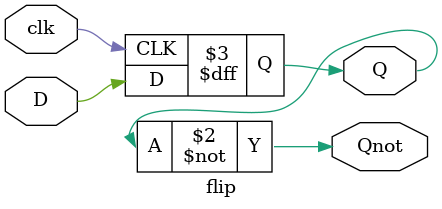
<source format=sv>
module top_module (
    input clk,
    input x,
    output z
); 
wire Gate1, Gate2, Gate3;
wire Q1, Q2, Q3;
wire Qn1, Qn2, Qn3;
	assign Gate1 = Q1^x;
    assign Gate2 = Qn2&x;
    assign Gate3 = x|Qn3;
    
    flip flip1(Gate1, clk, Q1, Qn1);
    flip flip2(Gate2, clk, Q2, Qn2);
    flip flip3(Gate3, clk, Q3, Qn3);
    
    assign z=~(Q1|Q2|Q3);
    
endmodule
	
module flip(input D, input clk, output Q, output Qnot);
    always @(posedge clk) begin
        if(clk) begin
        Q<=D;
        end else begin
            Q=0;
        end
    end
    assign Qnot=~Q;
endmodule

</source>
